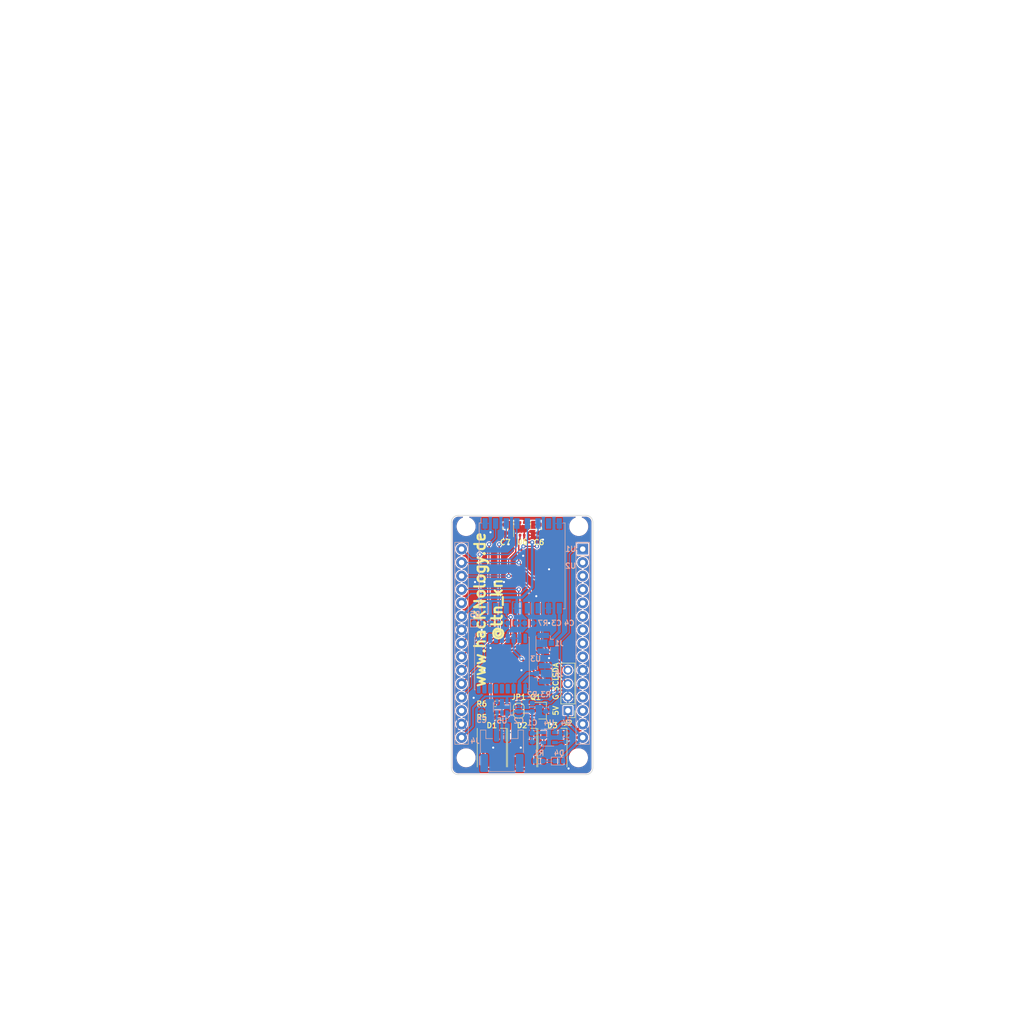
<source format=kicad_pcb>
(kicad_pcb (version 20171130) (host pcbnew 5.1.5+dfsg1-2build2)
  (title_block (title NodeMCU_CO2) (date 2020-10-04) (company https://nerdyscout.github.io/NodeMCU/CO2))
  (layers (0 F.Cu mixed) (31 B.Cu mixed) (34 B.Paste user) (35 F.Paste user) (36 B.SilkS user) (37 F.SilkS user) (38 B.Mask user) (39 F.Mask user) (44 Edge.Cuts user))
  (net 0 "")
  (net 1 GND)
  (net 2 +5V)
  (net 3 "Net-(J1-Pad1)")
  (net 4 +3V3)
  (net 5 "Net-(D1-Pad2)")
  (net 6 "Net-(D2-Pad2)")
  (net 7 SDA)
  (net 8 SCL)
  (net 9 CS)
  (net 10 COPI)
  (net 11 CLK)
  (net 12 CIPO)
  (net 13 +BATT)
  (net 14 "Net-(R1-Pad2)")
  (net 15 "Net-(D4-Pad1)")
  (net 16 A0)
  (net 17 "Net-(R4-Pad1)")
  (net 18 "Net-(D1-Pad4)")
  (net 19 "Net-(Q1-Pad1)")
  (net 20 LED)
  (net 21 IRQ)
  (net 22 RXD)
  (net 23 RST)
  (net 24 "Net-(D5-Pad2)")
  (net 25 "Net-(J5-Pad1)")
  (net 26 "Net-(R7-Pad1)")
  (net 27 "Net-(R8-Pad1)")
  (module Package_LGA:Bosch_LGA-8_3x3mm_P0.8mm_ClockwisePinNumbering (layer F.Cu) (at 132.715 105.41 180)
    (fp_text reference U6 (at 0 -2.45) (layer F.SilkS) (effects (font (thickness 0.2))))
    (fp_text value BME680)
    (pad 8 smd roundrect (at -1.2 1.1875 180) (size 0.5 0.525) (layers F.Cu F.Paste F.Mask) (net 4 +3V3))
    (pad 7 smd roundrect (at -0.4 1.1875 180) (size 0.5 0.525) (layers F.Cu F.Paste F.Mask) (net 1 GND))
    (pad 6 smd roundrect (at 0.4 1.1875 180) (size 0.5 0.525) (layers F.Cu F.Paste F.Mask) (net 4 +3V3))
    (pad 5 smd roundrect (at 1.2 1.1875 180) (size 0.5 0.525) (layers F.Cu F.Paste F.Mask) (net 4 +3V3))
    (pad 4 smd roundrect (at 1.2 -1.1875 180) (size 0.5 0.525) (layers F.Cu F.Paste F.Mask) (net 8 SCL))
    (pad 3 smd roundrect (at 0.4 -1.1875 180) (size 0.5 0.525) (layers F.Cu F.Paste F.Mask) (net 7 SDA))
    (pad 2 smd roundrect (at -0.4 -1.1875 180) (size 0.5 0.525) (layers F.Cu F.Paste F.Mask) (net 4 +3V3))
    (pad 1 smd roundrect (at -1.2 -1.1875 180) (size 0.5 0.525) (layers F.Cu F.Paste F.Mask) (net 1 GND))
  )
  (module Connector_PinHeader_2.54mm:PinHeader_1x04_P2.54mm_Vertical (layer F.Cu) (at 141.351 139.7 180)
    (fp_text reference J2 (at 0 -2.33) (layer F.SilkS))
    (fp_text value Display)
    (pad 4 thru_hole oval (at 0 7.62 180) (size 1.7 1.7) (drill 1) (layers *.Cu *.Mask) (net 7 SDA))
    (pad 3 thru_hole oval (at 0 5.08 180) (size 1.7 1.7) (drill 1) (layers *.Cu *.Mask) (net 8 SCL))
    (pad 2 thru_hole oval (at 0 2.54 180) (size 1.7 1.7) (drill 1) (layers *.Cu *.Mask) (net 1 GND))
    (pad 1 thru_hole rect (at 0 0 180) (size 1.7 1.7) (drill 1) (layers *.Cu *.Mask) (net 2 +5V))
  )
  (module Capacitor_SMD:C_0603_1608Metric (layer F.Cu) (at 129.54 105.41 270)
    (fp_text reference C7 (at 2.54 0 180) (layer F.SilkS) (effects (font (thickness 0.2))))
    (fp_text value 100n)
    (pad 2 smd roundrect (at 0.7875 0 270) (size 0.875 0.95) (layers F.Cu F.Paste F.Mask) (net 4 +3V3))
    (pad 1 smd roundrect (at -0.7875 0 270) (size 0.875 0.95) (layers F.Cu F.Paste F.Mask) (net 1 GND))
  )
  (module Capacitor_SMD:C_0603_1608Metric (layer F.Cu) (at 135.89 105.41 90)
    (fp_text reference C6 (at -2.54 0 180) (layer F.SilkS) (effects (font (thickness 0.2))))
    (fp_text value 100n)
    (pad 2 smd roundrect (at 0.7875 0 90) (size 0.875 0.95) (layers F.Cu F.Paste F.Mask) (net 4 +3V3))
    (pad 1 smd roundrect (at -0.7875 0 90) (size 0.875 0.95) (layers F.Cu F.Paste F.Mask) (net 1 GND))
  )
  (module Capacitor_SMD:C_0603_1608Metric (layer B.Cu) (at 125.095 139.065 90)
    (fp_text reference C5 (at -2.413 0 180) (layer B.SilkS) (effects (font (thickness 0.2)) (justify mirror)))
    (fp_text value 100n)
    (pad 2 smd roundrect (at 0.7875 0 90) (size 0.875 0.95) (layers B.Cu B.Paste B.Mask) (net 4 +3V3))
    (pad 1 smd roundrect (at -0.7875 0 90) (size 0.875 0.95) (layers B.Cu B.Paste B.Mask) (net 1 GND))
  )
  (module Resistor_SMD:R_0603_1608Metric (layer B.Cu) (at 127.635 123.19 180)
    (fp_text reference R7 (at -9.017 0) (layer B.SilkS) (effects (font (thickness 0.2)) (justify mirror)))
    (fp_text value 1k)
    (pad 2 smd roundrect (at 0.7875 0 180) (size 0.875 0.95) (layers B.Cu B.Paste B.Mask) (net 24 "Net-(D5-Pad2)"))
    (pad 1 smd roundrect (at -0.7875 0 180) (size 0.875 0.95) (layers B.Cu B.Paste B.Mask) (net 26 "Net-(R7-Pad1)"))
  )
  (module Resistor_SMD:R_0603_1608Metric (layer F.Cu) (at 127.635 138.43)
    (fp_text reference R6 (at -2.54 0) (layer F.SilkS) (effects (font (thickness 0.2))))
    (fp_text value 1k)
    (pad 2 smd roundrect (at 0.7875 0) (size 0.875 0.95) (layers F.Cu F.Paste F.Mask) (net 19 "Net-(Q1-Pad1)"))
    (pad 1 smd roundrect (at -0.7875 0) (size 0.875 0.95) (layers F.Cu F.Paste F.Mask) (net 20 LED))
  )
  (module Resistor_SMD:R_0603_1608Metric (layer F.Cu) (at 127.635 140.97 180)
    (fp_text reference R5 (at 2.54 0) (layer F.SilkS) (effects (font (thickness 0.2))))
    (fp_text value 1k)
    (pad 2 smd roundrect (at 0.7875 0 180) (size 0.875 0.95) (layers F.Cu F.Paste F.Mask) (net 2 +5V))
    (pad 1 smd roundrect (at -0.7875 0 180) (size 0.875 0.95) (layers F.Cu F.Paste F.Mask) (net 18 "Net-(D1-Pad4)"))
  )
  (module Resistor_SMD:R_0603_1608Metric (layer B.Cu) (at 140.97 144.78 90)
    (fp_text reference R4 (at 2.794 0 180) (layer B.SilkS) (effects (font (thickness 0.2)) (justify mirror)))
    (fp_text value 2k)
    (pad 2 smd roundrect (at 0.7875 0 90) (size 0.875 0.95) (layers B.Cu B.Paste B.Mask) (net 1 GND))
    (pad 1 smd roundrect (at -0.7875 0 90) (size 0.875 0.95) (layers B.Cu B.Paste B.Mask) (net 17 "Net-(R4-Pad1)"))
  )
  (module Resistor_SMD:R_0603_1608Metric (layer B.Cu) (at 137.16 139.065 270)
    (fp_text reference R3 (at -2.413 0 180) (layer B.SilkS) (effects (font (thickness 0.2)) (justify mirror)))
    (fp_text value 1k)
    (pad 2 smd roundrect (at 0.7875 0 270) (size 0.875 0.95) (layers B.Cu B.Paste B.Mask) (net 1 GND))
    (pad 1 smd roundrect (at -0.7875 0 270) (size 0.875 0.95) (layers B.Cu B.Paste B.Mask) (net 16 A0))
  )
  (module Resistor_SMD:R_0603_1608Metric (layer B.Cu) (at 134.62 139.065 90)
    (fp_text reference R2 (at 2.413 0 180) (layer B.SilkS) (effects (font (thickness 0.2)) (justify mirror)))
    (fp_text value 1k)
    (pad 2 smd roundrect (at 0.7875 0 90) (size 0.875 0.95) (layers B.Cu B.Paste B.Mask) (net 16 A0))
    (pad 1 smd roundrect (at -0.7875 0 90) (size 0.875 0.95) (layers B.Cu B.Paste B.Mask) (net 13 +BATT))
  )
  (module Resistor_SMD:R_0603_1608Metric (layer B.Cu) (at 135.89 149.225 180)
    (fp_text reference R1 (at 0 1.524) (layer B.SilkS) (effects (font (thickness 0.2)) (justify mirror)))
    (fp_text value 1k)
    (pad 2 smd roundrect (at 0.7875 0 180) (size 0.875 0.95) (layers B.Cu B.Paste B.Mask) (net 14 "Net-(R1-Pad2)"))
    (pad 1 smd roundrect (at -0.7875 0 180) (size 0.875 0.95) (layers B.Cu B.Paste B.Mask) (net 15 "Net-(D4-Pad1)"))
  )
  (module LED_SMD:LED_0603_1608Metric (layer B.Cu) (at 124.46 123.19)
    (fp_text reference D5 (at -0.635 -1.651) (layer B.SilkS) (effects (font (thickness 0.2)) (justify mirror)))
    (fp_text value LED)
    (pad 2 smd roundrect (at 0.7875 0) (size 0.875 0.95) (layers B.Cu B.Paste B.Mask) (net 24 "Net-(D5-Pad2)"))
    (pad 1 smd roundrect (at -0.7875 0) (size 0.875 0.95) (layers B.Cu B.Paste B.Mask) (net 1 GND))
  )
  (module LED_SMD:LED_0603_1608Metric (layer B.Cu) (at 139.7 149.225)
    (fp_text reference D4 (at 0 -1.524) (layer B.SilkS) (effects (font (thickness 0.2)) (justify mirror)))
    (fp_text value LED)
    (pad 2 smd roundrect (at 0.7875 0) (size 0.875 0.95) (layers B.Cu B.Paste B.Mask) (net 2 +5V))
    (pad 1 smd roundrect (at -0.7875 0) (size 0.875 0.95) (layers B.Cu B.Paste B.Mask) (net 15 "Net-(D4-Pad1)"))
  )
  (module Capacitor_SMD:C_0603_1608Metric (layer B.Cu) (at 133.985 123.19 180)
    (fp_text reference C4 (at -7.62 0) (layer B.SilkS) (effects (font (thickness 0.2)) (justify mirror)))
    (fp_text value 100n)
    (pad 2 smd roundrect (at 0.7875 0 180) (size 0.875 0.95) (layers B.Cu B.Paste B.Mask) (net 4 +3V3))
    (pad 1 smd roundrect (at -0.7875 0 180) (size 0.875 0.95) (layers B.Cu B.Paste B.Mask) (net 1 GND))
  )
  (module Capacitor_SMD:C_0603_1608Metric (layer B.Cu) (at 130.81 123.19)
    (fp_text reference C3 (at 8.382 0) (layer B.SilkS) (effects (font (thickness 0.2)) (justify mirror)))
    (fp_text value 100n)
    (pad 2 smd roundrect (at 0.7875 0) (size 0.875 0.95) (layers B.Cu B.Paste B.Mask) (net 4 +3V3))
    (pad 1 smd roundrect (at -0.7875 0) (size 0.875 0.95) (layers B.Cu B.Paste B.Mask) (net 1 GND))
  )
  (module Capacitor_SMD:C_0603_1608Metric (layer B.Cu) (at 132.08 139.065 270)
    (fp_text reference C2 (at 2.54 0 180) (layer B.SilkS) (effects (font (thickness 0.2)) (justify mirror)))
    (fp_text value 10µF)
    (pad 2 smd roundrect (at 0.7875 0 270) (size 0.875 0.95) (layers B.Cu B.Paste B.Mask) (net 13 +BATT))
    (pad 1 smd roundrect (at -0.7875 0 270) (size 0.875 0.95) (layers B.Cu B.Paste B.Mask) (net 1 GND))
  )
  (module Capacitor_SMD:C_0603_1608Metric (layer B.Cu) (at 134.62 144.78 90)
    (fp_text reference C1 (at 2.794 0 180) (layer B.SilkS) (effects (font (thickness 0.2)) (justify mirror)))
    (fp_text value 100n)
    (pad 2 smd roundrect (at 0.7875 0 90) (size 0.875 0.95) (layers B.Cu B.Paste B.Mask) (net 13 +BATT))
    (pad 1 smd roundrect (at -0.7875 0 90) (size 0.875 0.95) (layers B.Cu B.Paste B.Mask) (net 1 GND))
  )
  (module RF_GPS:ublox_MAX (layer B.Cu) (at 128.905 130.81 270)
    (fp_text reference U3 (at -0.889 -6.35 180) (layer B.SilkS) (effects (font (thickness 0.2)) (justify mirror)))
    (fp_text value MAX-8Q)
    (pad 18 smd roundrect (at 4.75 4.4 270) (size 1.8 0.7) (layers B.Cu B.Paste B.Mask))
    (pad 17 smd roundrect (at 4.75 3.3 270) (size 1.8 0.8) (layers B.Cu B.Paste B.Mask))
    (pad 16 smd roundrect (at 4.75 2.2 270) (size 1.8 0.8) (layers B.Cu B.Paste B.Mask))
    (pad 15 smd roundrect (at 4.75 1.1 270) (size 1.8 0.8) (layers B.Cu B.Paste B.Mask))
    (pad 14 smd roundrect (at 4.75 0 270) (size 1.8 0.8) (layers B.Cu B.Paste B.Mask) (net 27 "Net-(R8-Pad1)"))
    (pad 13 smd roundrect (at 4.75 -1.1 270) (size 1.8 0.8) (layers B.Cu B.Paste B.Mask))
    (pad 12 smd roundrect (at 4.75 -2.2 270) (size 1.8 0.8) (layers B.Cu B.Paste B.Mask) (net 1 GND))
    (pad 11 smd roundrect (at 4.75 -3.3 270) (size 1.8 0.8) (layers B.Cu B.Paste B.Mask) (net 25 "Net-(J5-Pad1)"))
    (pad 10 smd roundrect (at 4.75 -4.4 270) (size 1.8 0.7) (layers B.Cu B.Paste B.Mask) (net 1 GND))
    (pad 9 smd roundrect (at -4.75 -4.4 270) (size 1.8 0.7) (layers B.Cu B.Paste B.Mask))
    (pad 8 smd roundrect (at -4.75 -3.3 270) (size 1.8 0.8) (layers B.Cu B.Paste B.Mask) (net 4 +3V3))
    (pad 7 smd roundrect (at -4.75 -2.2 270) (size 1.8 0.8) (layers B.Cu B.Paste B.Mask) (net 4 +3V3))
    (pad 6 smd roundrect (at -4.75 -1.1 270) (size 1.8 0.8) (layers B.Cu B.Paste B.Mask) (net 4 +3V3))
    (pad 5 smd roundrect (at -4.75 0 270) (size 1.8 0.8) (layers B.Cu B.Paste B.Mask))
    (pad 4 smd roundrect (at -4.75 1.1 270) (size 1.8 0.8) (layers B.Cu B.Paste B.Mask) (net 26 "Net-(R7-Pad1)"))
    (pad 3 smd roundrect (at -4.75 2.2 270) (size 1.8 0.8) (layers B.Cu B.Paste B.Mask))
    (pad 2 smd roundrect (at -4.75 3.3 270) (size 1.8 0.8) (layers B.Cu B.Paste B.Mask) (net 22 RXD))
    (pad 1 smd roundrect (at -4.75 4.4 270) (size 1.8 0.7) (layers B.Cu B.Paste B.Mask) (net 1 GND))
  )
  (module Connector_Coaxial:U.FL_Hirose_U.FL-R-SMT-1_Vertical (layer B.Cu) (at 136.525 132.715)
    (fp_text reference J5 (at 3.175 0 180) (layer B.SilkS) (effects (font (thickness 0.2)) (justify mirror)))
    (fp_text value Conn_Coaxial hide)
    (pad 2 smd rect (at 0.475 1.475) (size 2.2 1.05) (layers B.Cu B.Paste B.Mask) (net 1 GND))
    (pad 1 smd rect (at -1.05 0) (size 1.05 1) (layers B.Cu B.Paste B.Mask) (net 25 "Net-(J5-Pad1)"))
    (pad 2 smd rect (at 0.475 -1.475) (size 2.2 1.05) (layers B.Cu B.Paste B.Mask) (net 1 GND))
  )
  (module Connector_JST:JST_PH_S2B-PH-SM4-TB_1x02-1MP_P2.00mm_Horizontal (layer B.Cu) (at 128.905 146.685 180)
    (fp_text reference J4 (at 5.08 1.27) (layer B.SilkS) (effects (font (thickness 0.2)) (justify mirror)))
    (fp_text value JST)
    (pad 1 smd roundrect (at -1 2.85 180) (size 1 3.5) (layers B.Cu B.Paste B.Mask) (net 1 GND))
    (pad 2 smd roundrect (at 1 2.85 180) (size 1 3.5) (layers B.Cu B.Paste B.Mask) (net 13 +BATT))
    (pad MP smd roundrect (at -3.35 -2.9 180) (size 1.5 3.4) (layers B.Cu B.Paste B.Mask) (roundrect_rratio 0.166667))
    (pad MP smd roundrect (at 3.35 -2.9 180) (size 1.5 3.4) (layers B.Cu B.Paste B.Mask) (roundrect_rratio 0.166667))
  )
  (module Jumper:SolderJumper-2_P1.3mm_Open_RoundedPad1.0x1.5mm (layer F.Cu) (at 132.08 139.7 270)
    (fp_text reference JP1 (at -2.54 0 180) (layer F.SilkS) (effects (font (thickness 0.2))))
    (fp_text value Jumper_NC_Small hide)
    (pad 2 smd custom (at 0.65 0 270) (size 1 0.5) (layers F.Cu F.Mask) (net 18 "Net-(D1-Pad4)") (options (clearance outline) (anchor rect)) (primitives (gr_circle (center 0 0.25) (end 0.5 0.25) (width 0)) (gr_circle (center 0 -0.25) (end 0.5 -0.25) (width 0)) (gr_poly (pts (xy 0 -0.75) (xy -0.5 -0.75) (xy -0.5 0.75) (xy 0 0.75)) (width 0))))
    (pad 1 smd custom (at -0.65 0 270) (size 1 0.5) (layers F.Cu F.Mask) (net 20 LED) (options (clearance outline) (anchor rect)) (primitives (gr_circle (center 0 0.25) (end 0.5 0.25) (width 0)) (gr_circle (center 0 -0.25) (end 0.5 -0.25) (width 0)) (gr_poly (pts (xy 0 -0.75) (xy 0.5 -0.75) (xy 0.5 0.75) (xy 0 0.75)) (width 0))))
  )
  (module Package_TO_SOT_SMD:SOT-23 (layer F.Cu) (at 136.525 139.7)
    (fp_text reference Q1 (at -1.27 -2.54) (layer F.SilkS) (effects (font (thickness 0.2))))
    (fp_text value Q_NPN_BCE)
    (pad 3 smd rect (at 1 0) (size 0.9 0.8) (layers F.Cu F.Paste F.Mask) (net 1 GND))
    (pad 2 smd rect (at -1 0.95) (size 0.9 0.8) (layers F.Cu F.Paste F.Mask) (net 18 "Net-(D1-Pad4)"))
    (pad 1 smd rect (at -1 -0.95) (size 0.9 0.8) (layers F.Cu F.Paste F.Mask) (net 19 "Net-(Q1-Pad1)"))
  )
  (module Package_TO_SOT_SMD:SOT-23-5 (layer B.Cu) (at 128.905 139.065 90)
    (fp_text reference U5 (at -2.54 0 180) (layer B.SilkS) (effects (font (thickness 0.2)) (justify mirror)))
    (fp_text value AP2112K-3.3)
    (pad 5 smd rect (at 1.1 0.95 90) (size 1.06 0.65) (layers B.Cu B.Paste B.Mask) (net 4 +3V3))
    (pad 4 smd rect (at 1.1 -0.95 90) (size 1.06 0.65) (layers B.Cu B.Paste B.Mask))
    (pad 3 smd rect (at -1.1 -0.95 90) (size 1.06 0.65) (layers B.Cu B.Paste B.Mask) (net 13 +BATT))
    (pad 2 smd rect (at -1.1 0 90) (size 1.06 0.65) (layers B.Cu B.Paste B.Mask) (net 1 GND))
    (pad 1 smd rect (at -1.1 0.95 90) (size 1.06 0.65) (layers B.Cu B.Paste B.Mask) (net 13 +BATT))
  )
  (module Package_TO_SOT_SMD:SOT-23-5 (layer B.Cu) (at 137.795 144.78)
    (fp_text reference U4 (at 0 -2.794) (layer B.SilkS) (effects (font (thickness 0.2)) (justify mirror)))
    (fp_text value MCP73831-2-OT)
    (pad 5 smd rect (at 1.1 0.95) (size 1.06 0.65) (layers B.Cu B.Paste B.Mask) (net 17 "Net-(R4-Pad1)"))
    (pad 4 smd rect (at 1.1 -0.95) (size 1.06 0.65) (layers B.Cu B.Paste B.Mask) (net 2 +5V))
    (pad 3 smd rect (at -1.1 -0.95) (size 1.06 0.65) (layers B.Cu B.Paste B.Mask) (net 13 +BATT))
    (pad 2 smd rect (at -1.1 0) (size 1.06 0.65) (layers B.Cu B.Paste B.Mask) (net 1 GND))
    (pad 1 smd rect (at -1.1 0.95) (size 1.06 0.65) (layers B.Cu B.Paste B.Mask) (net 14 "Net-(R1-Pad2)"))
  )
  (module Connector_Coaxial:U.FL_Hirose_U.FL-R-SMT-1_Vertical (layer B.Cu) (at 137.16 127 180)
    (fp_text reference J1 (at -2.54 0) (layer B.SilkS) (effects (font (thickness 0.2)) (justify mirror)))
    (fp_text value Conn_Coaxial hide)
    (pad 2 smd rect (at 0.475 1.475 180) (size 2.2 1.05) (layers B.Cu B.Paste B.Mask) (net 1 GND))
    (pad 1 smd rect (at -1.05 0 180) (size 1.05 1) (layers B.Cu B.Paste B.Mask) (net 3 "Net-(J1-Pad1)"))
    (pad 2 smd rect (at 0.475 -1.475 180) (size 2.2 1.05) (layers B.Cu B.Paste B.Mask) (net 1 GND))
  )
  (module RF_Module:HOPERF_RFM9XW_SMD (layer B.Cu) (at 132.715 112.395 270)
    (fp_text reference U2 (at 0 -9.144 180) (layer B.SilkS) (effects (font (thickness 0.2)) (justify mirror)))
    (fp_text value RFM95W-868S2)
    (pad 16 smd rect (at 8 7 270) (size 2 1) (layers B.Cu B.Paste B.Mask))
    (pad 15 smd rect (at 8 5 270) (size 2 1) (layers B.Cu B.Paste B.Mask))
    (pad 14 smd rect (at 8 3 270) (size 2 1) (layers B.Cu B.Paste B.Mask) (net 21 IRQ))
    (pad 13 smd rect (at 8 1 270) (size 2 1) (layers B.Cu B.Paste B.Mask) (net 4 +3V3))
    (pad 12 smd rect (at 8 -1 270) (size 2 1) (layers B.Cu B.Paste B.Mask))
    (pad 11 smd rect (at 8 -3 270) (size 2 1) (layers B.Cu B.Paste B.Mask))
    (pad 10 smd rect (at 8 -5 270) (size 2 1) (layers B.Cu B.Paste B.Mask) (net 1 GND))
    (pad 9 smd rect (at 8 -7 270) (size 2 1) (layers B.Cu B.Paste B.Mask) (net 3 "Net-(J1-Pad1)"))
    (pad 8 smd rect (at -8 -7 270) (size 2 1) (layers B.Cu B.Paste B.Mask) (net 1 GND))
    (pad 7 smd rect (at -8 -5 270) (size 2 1) (layers B.Cu B.Paste B.Mask))
    (pad 6 smd rect (at -8 -3 270) (size 2 1) (layers B.Cu B.Paste B.Mask) (net 23 RST))
    (pad 5 smd rect (at -8 -1 270) (size 2 1) (layers B.Cu B.Paste B.Mask) (net 9 CS))
    (pad 4 smd rect (at -8 1 270) (size 2 1) (layers B.Cu B.Paste B.Mask) (net 11 CLK))
    (pad 3 smd rect (at -8 3 270) (size 2 1) (layers B.Cu B.Paste B.Mask) (net 10 COPI))
    (pad 2 smd rect (at -8 5 270) (size 2 1) (layers B.Cu B.Paste B.Mask) (net 12 CIPO))
    (pad 1 smd rect (at -8 7 270) (size 2 1) (layers B.Cu B.Paste B.Mask) (net 1 GND))
  )
  (module Module:NodeMCU_Amica (layer B.Cu) (at 144.145 109.22 180)
    (fp_text reference U1 (at 2.286 0 180) (layer B.SilkS) (effects (font (thickness 0.2)) (justify mirror)))
    (fp_text value "NodeMCU1.0(ESP-12E)")
    (pad "" np_thru_hole circle (at 0.75 4.25 180) (size 3.2 3.2) (drill 3.2) (layers *.Cu *.Mask))
    (pad "" np_thru_hole circle (at 22 4.25 180) (size 3.2 3.2) (drill 3.2) (layers *.Cu *.Mask))
    (pad "" np_thru_hole circle (at 22 -39.38 180) (size 3.2 3.2) (drill 3.2) (layers *.Cu *.Mask))
    (pad "" np_thru_hole circle (at 0.8 -39.38 180) (size 3.2 3.2) (drill 3.2) (layers *.Cu *.Mask))
    (pad 29 thru_hole circle (at 22.86 -2.54 180) (size 2.032 2.032) (drill 1.016) (layers *.Cu *.Mask) (net 7 SDA))
    (pad 27 thru_hole circle (at 22.86 -7.62 180) (size 2.032 2.032) (drill 1.016) (layers *.Cu *.Mask) (net 20 LED))
    (pad 28 thru_hole circle (at 22.86 -5.08 180) (size 2.032 2.032) (drill 1.016) (layers *.Cu *.Mask) (net 8 SCL))
    (pad 20 thru_hole circle (at 22.86 -25.4 180) (size 2.032 2.032) (drill 1.016) (layers *.Cu *.Mask) (net 21 IRQ))
    (pad 21 thru_hole circle (at 22.86 -22.86 180) (size 2.032 2.032) (drill 1.016) (layers *.Cu *.Mask) (net 10 COPI))
    (pad 23 thru_hole circle (at 22.86 -17.78 180) (size 2.032 2.032) (drill 1.016) (layers *.Cu *.Mask) (net 11 CLK))
    (pad 22 thru_hole circle (at 22.86 -20.32 180) (size 2.032 2.032) (drill 1.016) (layers *.Cu *.Mask) (net 12 CIPO))
    (pad 16 thru_hole circle (at 22.86 -35.56 180) (size 2.032 2.032) (drill 1.016) (layers *.Cu *.Mask) (net 4 +3V3))
    (pad 24 thru_hole circle (at 22.86 -15.24 180) (size 2.032 2.032) (drill 1.016) (layers *.Cu *.Mask) (net 1 GND))
    (pad 26 thru_hole circle (at 22.86 -10.16 180) (size 2.032 2.032) (drill 1.016) (layers *.Cu *.Mask) (net 9 CS))
    (pad 25 thru_hole circle (at 22.86 -12.7 180) (size 2.032 2.032) (drill 1.016) (layers *.Cu *.Mask) (net 4 +3V3))
    (pad 19 thru_hole circle (at 22.86 -27.94 180) (size 2.032 2.032) (drill 1.016) (layers *.Cu *.Mask) (net 22 RXD))
    (pad 17 thru_hole circle (at 22.86 -33.02 180) (size 2.032 2.032) (drill 1.016) (layers *.Cu *.Mask) (net 1 GND))
    (pad 18 thru_hole circle (at 22.86 -30.48 180) (size 2.032 2.032) (drill 1.016) (layers *.Cu *.Mask))
    (pad 30 thru_hole circle (at 22.86 0 180) (size 2.032 2.032) (drill 1.016) (layers *.Cu *.Mask) (net 23 RST))
    (pad 15 thru_hole circle (at 0 -35.56 180) (size 2.032 2.032) (drill 1.016) (layers *.Cu *.Mask) (net 2 +5V))
    (pad 14 thru_hole circle (at 0 -33.02 180) (size 2.032 2.032) (drill 1.016) (layers *.Cu *.Mask) (net 1 GND))
    (pad 13 thru_hole circle (at 0 -30.48 180) (size 2.032 2.032) (drill 1.016) (layers *.Cu *.Mask))
    (pad 12 thru_hole circle (at 0 -27.94 180) (size 2.032 2.032) (drill 1.016) (layers *.Cu *.Mask))
    (pad 11 thru_hole circle (at 0 -25.4 180) (size 2.032 2.032) (drill 1.016) (layers *.Cu *.Mask) (net 4 +3V3))
    (pad 10 thru_hole circle (at 0 -22.86 180) (size 2.032 2.032) (drill 1.016) (layers *.Cu *.Mask) (net 1 GND))
    (pad 9 thru_hole circle (at 0 -20.32 180) (size 2.032 2.032) (drill 1.016) (layers *.Cu *.Mask))
    (pad 8 thru_hole circle (at 0 -17.78 180) (size 2.032 2.032) (drill 1.016) (layers *.Cu *.Mask))
    (pad 7 thru_hole circle (at 0 -15.24 180) (size 2.032 2.032) (drill 1.016) (layers *.Cu *.Mask))
    (pad 6 thru_hole circle (at 0 -12.7 180) (size 2.032 2.032) (drill 1.016) (layers *.Cu *.Mask))
    (pad 5 thru_hole circle (at 0 -10.16 180) (size 2.032 2.032) (drill 1.016) (layers *.Cu *.Mask))
    (pad 4 thru_hole circle (at 0 -7.62 180) (size 2.032 2.032) (drill 1.016) (layers *.Cu *.Mask))
    (pad 3 thru_hole circle (at 0 -5.08 180) (size 2.032 2.032) (drill 1.016) (layers *.Cu *.Mask))
    (pad 2 thru_hole circle (at 0 -2.54 180) (size 2.032 2.032) (drill 1.016) (layers *.Cu *.Mask))
    (pad 1 thru_hole rect (at 0 0 180) (size 2.032 2.032) (drill 1.016) (layers *.Cu *.Mask) (net 16 A0))
  )
  (module LED_SMD:LED_WS2812B_PLCC4_5.0x5.0mm_P3.2mm (layer F.Cu) (at 138.43 146.685 90)
    (fp_text reference D3 (at 4.191 0 180) (layer F.SilkS) (effects (font (thickness 0.2))))
    (fp_text value WS2812B)
    (pad 1 smd rect (at -2.45 -1.6 90) (size 1.5 1) (layers F.Cu F.Paste F.Mask) (net 2 +5V))
    (pad 2 smd rect (at -2.45 1.6 90) (size 1.5 1) (layers F.Cu F.Paste F.Mask))
    (pad 4 smd rect (at 2.45 -1.6 90) (size 1.5 1) (layers F.Cu F.Paste F.Mask) (net 6 "Net-(D2-Pad2)"))
    (pad 3 smd rect (at 2.45 1.6 90) (size 1.5 1) (layers F.Cu F.Paste F.Mask) (net 1 GND))
  )
  (module LED_SMD:LED_WS2812B_PLCC4_5.0x5.0mm_P3.2mm (layer F.Cu) (at 132.715 146.685 90)
    (fp_text reference D2 (at 4.191 0 180) (layer F.SilkS) (effects (font (thickness 0.2))))
    (fp_text value WS2812B)
    (pad 1 smd rect (at -2.45 -1.6 90) (size 1.5 1) (layers F.Cu F.Paste F.Mask) (net 2 +5V))
    (pad 2 smd rect (at -2.45 1.6 90) (size 1.5 1) (layers F.Cu F.Paste F.Mask) (net 6 "Net-(D2-Pad2)"))
    (pad 4 smd rect (at 2.45 -1.6 90) (size 1.5 1) (layers F.Cu F.Paste F.Mask) (net 5 "Net-(D1-Pad2)"))
    (pad 3 smd rect (at 2.45 1.6 90) (size 1.5 1) (layers F.Cu F.Paste F.Mask) (net 1 GND))
  )
  (module LED_SMD:LED_WS2812B_PLCC4_5.0x5.0mm_P3.2mm (layer F.Cu) (at 127 146.685 90)
    (fp_text reference D1 (at 4.191 0 180) (layer F.SilkS) (effects (font (thickness 0.2))))
    (fp_text value WS2812B)
    (pad 1 smd rect (at -2.45 -1.6 90) (size 1.5 1) (layers F.Cu F.Paste F.Mask) (net 2 +5V))
    (pad 2 smd rect (at -2.45 1.6 90) (size 1.5 1) (layers F.Cu F.Paste F.Mask) (net 5 "Net-(D1-Pad2)"))
    (pad 4 smd rect (at 2.45 -1.6 90) (size 1.5 1) (layers F.Cu F.Paste F.Mask) (net 18 "Net-(D1-Pad4)"))
    (pad 3 smd rect (at 2.45 1.6 90) (size 1.5 1) (layers F.Cu F.Paste F.Mask) (net 1 GND))
  )
  (gr_text "www.hacKNology.de\n@ttn_kn" (at 126.365 120.65 90) (layer F.SilkS) (effects (font (size 2 2) (thickness 0.4))))
  (gr_text 5V (at 139.065 139.7 90) (layer F.SilkS) (effects (font (size 1 1) (thickness 0.2))))
  (gr_text G (at 139.065 137.16 90) (layer F.SilkS) (effects (font (size 1 1) (thickness 0.2))))
  (gr_text SCL (at 139.065 134.62 90) (layer F.SilkS) (effects (font (size 1 1) (thickness 0.2))))
  (gr_text SDA (at 139.065 132.08 90) (layer F.SilkS) (effects (font (size 1 1) (thickness 0.2))))
  (gr_arc (start 120.65 150.495) (end 119.38 150.495) (angle -90) (layer Edge.Cuts) (width 0.12))
  (gr_arc (start 144.78 150.495) (end 144.78 151.765) (angle -90) (layer Edge.Cuts) (width 0.12))
  (gr_arc (start 120.65 104.14489) (end 120.65 102.87489) (angle -90) (layer Edge.Cuts) (width 0.12))
  (gr_arc (start 144.78 104.14489) (end 146.05 104.14489) (angle -90) (layer Edge.Cuts) (width 0.12))
  (gr_line (start 146.05 150.495) (end 146.05 104.14) (layer Edge.Cuts) (width 0.12))
  (gr_line (start 120.65 151.765) (end 144.78 151.765) (layer Edge.Cuts) (width 0.12))
  (gr_line (start 119.38 104.14) (end 119.38 150.495) (layer Edge.Cuts) (width 0.12))
  (gr_line (start 144.78 102.87489) (end 120.65 102.87489) (layer Edge.Cuts) (width 0.12))
  (segment (start 129.286 146.685) (end 127.254 146.685) (width 0.25) (layer B.Cu) (net 1))
  (segment (start 129.905 146.066) (end 129.286 146.685) (width 0.25) (layer B.Cu) (net 1))
  (segment (start 129.905 143.835) (end 129.905 146.066) (width 0.25) (layer B.Cu) (net 1))
  (segment (start 127.254 146.685) (end 127.254 146.685) (width 0.25) (layer B.Cu) (net 1))
  (via (at 127.254 146.685) (size 0.8) (drill 0.4) (layers F.Cu B.Cu) (net 1))
  (via (at 132.461 146.685) (size 0.8) (drill 0.4) (layers F.Cu B.Cu) (net 1))
  (via (at 138.176 142.24) (size 0.8) (drill 0.4) (layers F.Cu B.Cu) (net 1))
  (via (at 132.461 142.24) (size 0.8) (drill 0.4) (layers F.Cu B.Cu) (net 1))
  (via (at 123.571 137.287) (size 0.8) (drill 0.4) (layers F.Cu B.Cu) (net 1))
  (via (at 125.603 132.08) (size 0.8) (drill 0.4) (layers F.Cu B.Cu) (net 1))
  (via (at 132.588 132.08) (size 0.8) (drill 0.4) (layers F.Cu B.Cu) (net 1))
  (via (at 137.795 123.19) (size 0.8) (drill 0.4) (layers F.Cu B.Cu) (net 1))
  (via (at 137.795 113.03) (size 0.8) (drill 0.4) (layers F.Cu B.Cu) (net 1))
  (via (at 126.746 127.889) (size 0.8) (drill 0.4) (layers F.Cu B.Cu) (net 1))
  (via (at 125.095 124.46) (size 0.8) (drill 0.4) (layers F.Cu B.Cu) (net 1))
  (via (at 127.508 115.443) (size 0.8) (drill 0.4) (layers F.Cu B.Cu) (net 1))
  (via (at 125.603 115.443) (size 0.8) (drill 0.4) (layers F.Cu B.Cu) (net 1))
  (via (at 123.698 121.92) (size 0.8) (drill 0.4) (layers F.Cu B.Cu) (net 1))
  (via (at 123.825 115.443) (size 0.8) (drill 0.4) (layers F.Cu B.Cu) (net 1))
  (via (at 129.286 115.443) (size 0.8) (drill 0.4) (layers F.Cu B.Cu) (net 1))
  (via (at 135.382 118.11) (size 0.8) (drill 0.4) (layers F.Cu B.Cu) (net 1))
  (via (at 137.795 129.794) (size 0.8) (drill 0.4) (layers F.Cu B.Cu) (net 1))
  (via (at 126.746 106.045) (size 0.8) (drill 0.4) (layers F.Cu B.Cu) (net 1))
  (via (at 130.175 108.331) (size 0.8) (drill 0.4) (layers F.Cu B.Cu) (net 1))
  (via (at 141.478 150.622) (size 0.8) (drill 0.4) (layers F.Cu B.Cu) (net 1))
  (segment (start 134.4485 106.5975) (end 133.915 106.5975) (width 0.25) (layer F.Cu) (net 1))
  (segment (start 134.8485 106.1975) (end 134.4485 106.5975) (width 0.25) (layer F.Cu) (net 1))
  (segment (start 135.89 106.1975) (end 134.8485 106.1975) (width 0.25) (layer F.Cu) (net 1))
  (via (at 132.9055 110.49) (size 0.8) (drill 0.4) (layers F.Cu B.Cu) (net 1))
  (via (at 136.652 107.442) (size 0.8) (drill 0.4) (layers F.Cu B.Cu) (net 1))
  (segment (start 144.145 144.78) (end 141.351 141.986) (width 0.5) (layer B.Cu) (net 2))
  (segment (start 141.351 141.986) (end 141.351 139.7) (width 0.5) (layer B.Cu) (net 2))
  (segment (start 144.145 144.78) (end 140.462 148.463) (width 0.5) (layer B.Cu) (net 2))
  (segment (start 140.462 148.463) (end 140.462 149.225) (width 0.5) (layer B.Cu) (net 2))
  (segment (start 125.4 150.292) (end 125.857 150.749) (width 0.5) (layer F.Cu) (net 2))
  (segment (start 131.191 150.749) (end 125.857 150.749) (width 0.5) (layer F.Cu) (net 2))
  (segment (start 136.83 149.135) (end 136.83 150.135) (width 0.5) (layer F.Cu) (net 2))
  (segment (start 136.83 150.135) (end 136.216 150.749) (width 0.5) (layer F.Cu) (net 2))
  (segment (start 136.216 150.749) (end 131.191 150.749) (width 0.5) (layer F.Cu) (net 2))
  (segment (start 125.4 149.135) (end 125.4 150.292) (width 0.5) (layer F.Cu) (net 2))
  (segment (start 131.191 150.211) (end 131.191 150.749) (width 0.5) (layer F.Cu) (net 2))
  (segment (start 131.115 149.135) (end 131.115 150.135) (width 0.5) (layer F.Cu) (net 2))
  (segment (start 131.115 150.135) (end 131.191 150.211) (width 0.5) (layer F.Cu) (net 2))
  (segment (start 126.111 140.97) (end 126.8475 140.97) (width 0.5) (layer F.Cu) (net 2))
  (segment (start 124.333 142.748) (end 126.111 140.97) (width 0.5) (layer F.Cu) (net 2))
  (segment (start 124.333 146.05) (end 124.333 142.748) (width 0.5) (layer F.Cu) (net 2))
  (segment (start 125.4 147.117) (end 124.333 146.05) (width 0.5) (layer F.Cu) (net 2))
  (segment (start 125.4 149.135) (end 125.4 147.117) (width 0.5) (layer F.Cu) (net 2))
  (segment (start 136.83 149.135) (end 136.83 148.158) (width 0.5) (layer F.Cu) (net 2))
  (segment (start 136.83 148.158) (end 138.176 146.812) (width 0.5) (layer F.Cu) (net 2))
  (segment (start 142.70816 144.78) (end 144.145 144.78) (width 0.5) (layer F.Cu) (net 2))
  (segment (start 138.176 146.812) (end 140.67616 146.812) (width 0.5) (layer F.Cu) (net 2))
  (segment (start 140.67616 146.812) (end 142.70816 144.78) (width 0.5) (layer F.Cu) (net 2))
  (segment (start 138.895 143.299) (end 140.208 141.986) (width 0.5) (layer B.Cu) (net 2))
  (segment (start 140.208 141.986) (end 141.351 141.986) (width 0.5) (layer B.Cu) (net 2))
  (segment (start 138.895 143.83) (end 138.895 143.299) (width 0.5) (layer B.Cu) (net 2))
  (segment (start 138.21 126.331) (end 138.21 127) (width 0.6) (layer B.Cu) (net 3))
  (segment (start 139.715 120.395) (end 139.715 124.826) (width 0.6) (layer B.Cu) (net 3))
  (segment (start 139.715 124.826) (end 138.21 126.331) (width 0.6) (layer B.Cu) (net 3))
  (segment (start 131.5975 123.19) (end 133.223 123.19) (width 0.25) (layer B.Cu) (net 4))
  (segment (start 142.875 135.89) (end 138.557 135.89) (width 0.4) (layer F.Cu) (net 4))
  (segment (start 144.145 134.62) (end 142.875 135.89) (width 0.4) (layer F.Cu) (net 4))
  (via (at 138.557 135.89) (size 0.8) (drill 0.4) (layers F.Cu B.Cu) (net 4))
  (segment (start 129.855 137.16) (end 129.982 137.033) (width 0.4) (layer B.Cu) (net 4))
  (segment (start 129.982 137.033) (end 137.414 137.033) (width 0.4) (layer B.Cu) (net 4))
  (segment (start 137.414 137.033) (end 138.557 135.89) (width 0.4) (layer B.Cu) (net 4))
  (segment (start 129.855 137.965) (end 129.855 137.16) (width 0.4) (layer B.Cu) (net 4))
  (via (at 132.588002 129.921) (size 0.8) (drill 0.4) (layers F.Cu B.Cu) (net 4))
  (segment (start 138.157001 135.489999) (end 132.988001 130.320999) (width 0.4) (layer F.Cu) (net 4))
  (segment (start 138.557 135.89) (end 138.157001 135.489999) (width 0.4) (layer F.Cu) (net 4))
  (segment (start 132.988001 130.320999) (end 132.588002 129.921) (width 0.4) (layer F.Cu) (net 4))
  (segment (start 131.105 128.437998) (end 132.588002 129.921) (width 0.4) (layer B.Cu) (net 4))
  (segment (start 131.105 126.06) (end 131.105 128.437998) (width 0.4) (layer B.Cu) (net 4))
  (segment (start 123.444 142.621) (end 121.285 144.78) (width 0.4) (layer B.Cu) (net 4))
  (segment (start 123.444 139.192) (end 123.444 142.621) (width 0.4) (layer B.Cu) (net 4))
  (segment (start 124.3585 138.2775) (end 123.444 139.192) (width 0.4) (layer B.Cu) (net 4))
  (segment (start 125.095 138.2775) (end 124.3585 138.2775) (width 0.4) (layer B.Cu) (net 4))
  (segment (start 129.728 137.033) (end 129.855 137.16) (width 0.4) (layer B.Cu) (net 4))
  (segment (start 125.73 137.033) (end 129.728 137.033) (width 0.4) (layer B.Cu) (net 4))
  (segment (start 125.095 137.668) (end 125.73 137.033) (width 0.4) (layer B.Cu) (net 4))
  (segment (start 125.095 138.2775) (end 125.095 137.668) (width 0.4) (layer B.Cu) (net 4))
  (segment (start 131.715 118.38) (end 131.715 120.395) (width 0.5) (layer B.Cu) (net 4))
  (segment (start 131.699 118.364) (end 131.715 118.38) (width 0.5) (layer B.Cu) (net 4))
  (via (at 134.62 107.95) (size 0.8) (drill 0.4) (layers F.Cu B.Cu) (net 4))
  (segment (start 133.115 106.5975) (end 133.115 107.334) (width 0.4) (layer F.Cu) (net 4))
  (segment (start 133.115 107.334) (end 133.731 107.95) (width 0.4) (layer F.Cu) (net 4))
  (segment (start 133.731 107.95) (end 134.62 107.95) (width 0.4) (layer F.Cu) (net 4))
  (segment (start 121.285 121.92) (end 124.841 118.364) (width 0.5) (layer B.Cu) (net 4))
  (segment (start 124.841 118.364) (end 132.715 118.364) (width 0.5) (layer B.Cu) (net 4))
  (segment (start 132.715 118.364) (end 134.62 116.459) (width 0.5) (layer B.Cu) (net 4))
  (segment (start 134.62 116.459) (end 134.62 107.95) (width 0.5) (layer B.Cu) (net 4))
  (segment (start 128.6 148.006) (end 128.6 149.135) (width 0.25) (layer F.Cu) (net 5))
  (segment (start 131.115 145.491) (end 128.6 148.006) (width 0.25) (layer F.Cu) (net 5))
  (segment (start 131.115 144.235) (end 131.115 145.491) (width 0.25) (layer F.Cu) (net 5))
  (segment (start 134.315 147.9415) (end 134.315 149.135) (width 0.25) (layer F.Cu) (net 6))
  (segment (start 136.83 145.4265) (end 134.315 147.9415) (width 0.25) (layer F.Cu) (net 6))
  (segment (start 136.83 144.235) (end 136.83 145.4265) (width 0.25) (layer F.Cu) (net 6))
  (via (at 132.080001 111.759999) (size 0.8) (drill 0.4) (layers F.Cu B.Cu) (net 7))
  (segment (start 121.285 111.76) (end 122.721841 111.759999) (width 0.25) (layer B.Cu) (net 7))
  (segment (start 122.721841 111.759999) (end 131.514316 111.759999) (width 0.25) (layer B.Cu) (net 7))
  (segment (start 131.514316 111.759999) (end 132.080001 111.759999) (width 0.25) (layer B.Cu) (net 7))
  (segment (start 132.48 112.159998) (end 132.080001 111.759999) (width 0.25) (layer F.Cu) (net 7))
  (segment (start 136.398092 116.07809) (end 132.48 112.159998) (width 0.25) (layer F.Cu) (net 7))
  (segment (start 136.398092 127.127092) (end 136.398092 116.07809) (width 0.25) (layer F.Cu) (net 7))
  (segment (start 141.351 132.08) (end 136.398092 127.127092) (width 0.25) (layer F.Cu) (net 7))
  (segment (start 132.080001 107.549999) (end 132.080001 111.759999) (width 0.25) (layer F.Cu) (net 7))
  (segment (start 132.315 107.315) (end 132.080001 107.549999) (width 0.25) (layer F.Cu) (net 7))
  (segment (start 132.315 106.5975) (end 132.315 107.315) (width 0.25) (layer F.Cu) (net 7))
  (via (at 130.174994 114.3) (size 0.8) (drill 0.4) (layers F.Cu B.Cu) (net 8))
  (segment (start 121.285 114.3) (end 130.174994 114.3) (width 0.25) (layer B.Cu) (net 8))
  (segment (start 131.826 114.3) (end 130.174994 114.3) (width 0.25) (layer F.Cu) (net 8))
  (segment (start 134.239 116.713) (end 131.826 114.3) (width 0.25) (layer F.Cu) (net 8))
  (segment (start 134.239 127.508) (end 134.239 116.713) (width 0.25) (layer F.Cu) (net 8))
  (segment (start 141.351 134.62) (end 134.239 127.508) (width 0.25) (layer F.Cu) (net 8))
  (segment (start 130.174994 111.125006) (end 130.174994 114.3) (width 0.25) (layer F.Cu) (net 8))
  (segment (start 131.515 109.785) (end 130.174994 111.125006) (width 0.25) (layer F.Cu) (net 8))
  (segment (start 131.515 106.5975) (end 131.515 109.785) (width 0.25) (layer F.Cu) (net 8))
  (segment (start 123.063 117.602) (end 121.285 119.38) (width 0.25) (layer B.Cu) (net 9))
  (segment (start 132.461 117.602) (end 123.063 117.602) (width 0.25) (layer B.Cu) (net 9))
  (segment (start 133.715 116.348) (end 132.461 117.602) (width 0.25) (layer B.Cu) (net 9))
  (segment (start 133.715 104.395) (end 133.715 116.348) (width 0.25) (layer B.Cu) (net 9))
  (via (at 128.397 108.331) (size 0.8) (drill 0.4) (layers F.Cu B.Cu) (net 10))
  (segment (start 129.715 104.395) (end 129.715 107.013) (width 0.25) (layer B.Cu) (net 10))
  (segment (start 129.715 107.013) (end 128.397 108.331) (width 0.25) (layer B.Cu) (net 10))
  (segment (start 128.397 109.130998) (end 128.397 108.331) (width 0.25) (layer F.Cu) (net 10))
  (segment (start 128.397 124.968) (end 128.397 109.130998) (width 0.25) (layer F.Cu) (net 10))
  (segment (start 121.285 132.08) (end 128.397 124.968) (width 0.25) (layer F.Cu) (net 10))
  (segment (start 124.714 123.571) (end 124.714 110.236) (width 0.25) (layer F.Cu) (net 11))
  (segment (start 121.285 127) (end 124.714 123.571) (width 0.25) (layer F.Cu) (net 11))
  (via (at 124.714 110.236) (size 0.8) (drill 0.4) (layers F.Cu B.Cu) (net 11))
  (segment (start 125.279685 110.236) (end 124.714 110.236) (width 0.25) (layer B.Cu) (net 11))
  (segment (start 130.175 110.236) (end 125.279685 110.236) (width 0.25) (layer B.Cu) (net 11))
  (segment (start 131.715 108.696) (end 130.175 110.236) (width 0.25) (layer B.Cu) (net 11))
  (segment (start 131.715 104.395) (end 131.715 108.696) (width 0.25) (layer B.Cu) (net 11))
  (via (at 126.492 108.331) (size 0.8) (drill 0.4) (layers F.Cu B.Cu) (net 12))
  (segment (start 127.715 104.395) (end 127.715 107.108) (width 0.25) (layer B.Cu) (net 12))
  (segment (start 127.715 107.108) (end 126.492 108.331) (width 0.25) (layer B.Cu) (net 12))
  (segment (start 121.285 129.54) (end 126.454015 124.370985) (width 0.25) (layer F.Cu) (net 12))
  (segment (start 126.454015 108.93467) (end 126.492 108.896685) (width 0.25) (layer F.Cu) (net 12))
  (segment (start 126.454015 124.370985) (end 126.454015 108.93467) (width 0.25) (layer F.Cu) (net 12))
  (segment (start 126.492 108.896685) (end 126.492 108.331) (width 0.25) (layer F.Cu) (net 12))
  (segment (start 132.08 139.8525) (end 131.1655 139.8525) (width 0.5) (layer B.Cu) (net 13))
  (segment (start 129.855 140.165) (end 130.853 140.165) (width 0.5) (layer B.Cu) (net 13))
  (segment (start 130.853 140.165) (end 131.1655 139.8525) (width 0.5) (layer B.Cu) (net 13))
  (segment (start 127.905 141.2105) (end 127.905 143.835) (width 0.5) (layer B.Cu) (net 13))
  (segment (start 127.955 141.1605) (end 127.905 141.2105) (width 0.5) (layer B.Cu) (net 13))
  (segment (start 127.955 140.165) (end 127.955 141.1605) (width 0.5) (layer B.Cu) (net 13))
  (segment (start 135.697 143.83) (end 135.5345 143.9925) (width 0.5) (layer B.Cu) (net 13))
  (segment (start 136.695 143.83) (end 135.697 143.83) (width 0.5) (layer B.Cu) (net 13))
  (segment (start 135.5345 143.9925) (end 134.62 143.9925) (width 0.5) (layer B.Cu) (net 13))
  (segment (start 134.62 143.9925) (end 134.62 139.827) (width 0.5) (layer B.Cu) (net 13))
  (segment (start 134.62 139.8525) (end 132.1055 139.8525) (width 0.5) (layer B.Cu) (net 13))
  (segment (start 128.0185 141.224) (end 127.955 141.1605) (width 0.5) (layer B.Cu) (net 13))
  (segment (start 129.54 141.224) (end 128.0185 141.224) (width 0.5) (layer B.Cu) (net 13))
  (segment (start 129.855 140.909) (end 129.54 141.224) (width 0.5) (layer B.Cu) (net 13))
  (segment (start 129.855 140.165) (end 129.855 140.909) (width 0.5) (layer B.Cu) (net 13))
  (segment (start 136.695 146.7055) (end 136.695 145.73) (width 0.25) (layer B.Cu) (net 14))
  (segment (start 135.1025 148.298) (end 136.695 146.7055) (width 0.25) (layer B.Cu) (net 14))
  (segment (start 135.1025 149.225) (end 135.1025 148.298) (width 0.25) (layer B.Cu) (net 14))
  (segment (start 136.6775 149.225) (end 137.795 149.225) (width 0.25) (layer B.Cu) (net 15))
  (segment (start 138.9125 149.225) (end 137.795 149.225) (width 0.25) (layer B.Cu) (net 15))
  (segment (start 134.62 138.2775) (end 137.122 138.2775) (width 0.25) (layer B.Cu) (net 16))
  (segment (start 139.954 136.525) (end 138.2015 138.2775) (width 0.25) (layer B.Cu) (net 16))
  (segment (start 139.954 126.657998) (end 139.954 136.525) (width 0.25) (layer B.Cu) (net 16))
  (segment (start 141.605 125.006998) (end 139.954 126.657998) (width 0.25) (layer B.Cu) (net 16))
  (segment (start 141.605 110.236) (end 141.605 125.006998) (width 0.25) (layer B.Cu) (net 16))
  (segment (start 142.621 109.22) (end 141.605 110.236) (width 0.25) (layer B.Cu) (net 16))
  (segment (start 138.2015 138.2775) (end 137.16 138.2775) (width 0.25) (layer B.Cu) (net 16))
  (segment (start 144.145 109.22) (end 142.621 109.22) (width 0.25) (layer B.Cu) (net 16))
  (segment (start 139.675 145.73) (end 138.895 145.73) (width 0.25) (layer B.Cu) (net 17))
  (segment (start 139.8375 145.5675) (end 139.675 145.73) (width 0.25) (layer B.Cu) (net 17))
  (segment (start 140.97 145.5675) (end 139.8375 145.5675) (width 0.25) (layer B.Cu) (net 17))
  (segment (start 135.525 140.65) (end 134.173 140.65) (width 0.25) (layer F.Cu) (net 18))
  (segment (start 133.873 140.35) (end 134.173 140.65) (width 0.25) (layer F.Cu) (net 18))
  (segment (start 132.08 140.35) (end 133.873 140.35) (width 0.25) (layer F.Cu) (net 18))
  (segment (start 126.238 141.859) (end 125.4 142.697) (width 0.25) (layer F.Cu) (net 18))
  (segment (start 125.4 142.697) (end 125.4 144.235) (width 0.25) (layer F.Cu) (net 18))
  (segment (start 128.143 141.859) (end 126.238 141.859) (width 0.25) (layer F.Cu) (net 18))
  (segment (start 128.4225 141.5795) (end 128.143 141.859) (width 0.25) (layer F.Cu) (net 18))
  (segment (start 128.4225 140.97) (end 128.4225 141.5795) (width 0.25) (layer F.Cu) (net 18))
  (segment (start 129.794 140.97) (end 128.397 140.97) (width 0.25) (layer F.Cu) (net 18))
  (segment (start 130.414 140.35) (end 129.794 140.97) (width 0.25) (layer F.Cu) (net 18))
  (segment (start 132.08 140.35) (end 130.414 140.35) (width 0.25) (layer F.Cu) (net 18))
  (segment (start 131.318 138.049) (end 130.937 138.43) (width 0.25) (layer F.Cu) (net 19))
  (segment (start 132.715 138.049) (end 131.318 138.049) (width 0.25) (layer F.Cu) (net 19))
  (segment (start 130.937 138.43) (end 128.524 138.43) (width 0.25) (layer F.Cu) (net 19))
  (segment (start 133.416 138.75) (end 132.715 138.049) (width 0.25) (layer F.Cu) (net 19))
  (segment (start 135.525 138.75) (end 133.416 138.75) (width 0.25) (layer F.Cu) (net 19))
  (via (at 132.08 116.839998) (size 0.8) (drill 0.4) (layers F.Cu B.Cu) (net 20))
  (segment (start 132.079998 116.84) (end 132.08 116.839998) (width 0.25) (layer B.Cu) (net 20))
  (segment (start 121.285 116.84) (end 132.079998 116.84) (width 0.25) (layer B.Cu) (net 20))
  (segment (start 132.08 117.405683) (end 132.08 116.839998) (width 0.25) (layer F.Cu) (net 20))
  (segment (start 132.08 127) (end 132.08 117.405683) (width 0.25) (layer F.Cu) (net 20))
  (segment (start 126.8475 132.2325) (end 132.08 127) (width 0.25) (layer F.Cu) (net 20))
  (segment (start 126.8475 138.43) (end 126.8475 132.2325) (width 0.25) (layer F.Cu) (net 20))
  (segment (start 129.301 139.05) (end 132.08 139.05) (width 0.25) (layer F.Cu) (net 20))
  (segment (start 129.032 139.319) (end 129.301 139.05) (width 0.25) (layer F.Cu) (net 20))
  (segment (start 127 139.319) (end 129.032 139.319) (width 0.25) (layer F.Cu) (net 20))
  (segment (start 126.8475 139.1665) (end 127 139.319) (width 0.25) (layer F.Cu) (net 20))
  (segment (start 126.8475 138.43) (end 126.8475 139.1665) (width 0.25) (layer F.Cu) (net 20))
  (segment (start 121.285 134.62) (end 130.556004 125.348996) (width 0.25) (layer F.Cu) (net 21))
  (segment (start 130.556004 125.348996) (end 130.556004 122.612685) (width 0.25) (layer F.Cu) (net 21))
  (segment (start 130.556004 122.612685) (end 130.556004 122.047) (width 0.25) (layer F.Cu) (net 21))
  (via (at 130.556004 122.047) (size 0.8) (drill 0.4) (layers F.Cu B.Cu) (net 21))
  (segment (start 130.048 122.047) (end 130.556004 122.047) (width 0.25) (layer B.Cu) (net 21))
  (segment (start 129.715 121.714) (end 130.048 122.047) (width 0.25) (layer B.Cu) (net 21))
  (segment (start 129.715 120.395) (end 129.715 121.714) (width 0.25) (layer B.Cu) (net 21))
  (segment (start 125.605 127.633) (end 125.605 126.06) (width 0.25) (layer B.Cu) (net 22))
  (segment (start 125.603 127.635) (end 125.605 127.633) (width 0.25) (layer B.Cu) (net 22))
  (segment (start 125.603 130.048) (end 125.603 127.635) (width 0.25) (layer B.Cu) (net 22))
  (segment (start 123.19 132.461) (end 125.603 130.048) (width 0.25) (layer B.Cu) (net 22))
  (segment (start 123.19 135.255) (end 123.19 132.461) (width 0.25) (layer B.Cu) (net 22))
  (segment (start 121.285 137.16) (end 123.19 135.255) (width 0.25) (layer B.Cu) (net 22))
  (segment (start 132.569001 109.111999) (end 132.969 108.712) (width 0.25) (layer B.Cu) (net 23))
  (segment (start 130.556 111.125) (end 132.569001 109.111999) (width 0.25) (layer B.Cu) (net 23))
  (segment (start 123.19 111.125) (end 130.556 111.125) (width 0.25) (layer B.Cu) (net 23))
  (segment (start 121.285 109.22) (end 123.19 111.125) (width 0.25) (layer B.Cu) (net 23))
  (via (at 132.969 108.712) (size 0.8) (drill 0.4) (layers F.Cu B.Cu) (net 23))
  (segment (start 132.969 108.712) (end 135.509 108.712) (width 0.25) (layer F.Cu) (net 23))
  (via (at 135.509 108.712) (size 0.8) (drill 0.4) (layers F.Cu B.Cu) (net 23))
  (segment (start 135.509 105.997) (end 135.509 108.712) (width 0.25) (layer B.Cu) (net 23))
  (segment (start 135.715 105.791) (end 135.509 105.997) (width 0.25) (layer B.Cu) (net 23))
  (segment (start 135.715 104.395) (end 135.715 105.791) (width 0.25) (layer B.Cu) (net 23))
  (segment (start 126.8475 123.19) (end 125.349 123.19) (width 0.25) (layer B.Cu) (net 24))
  (segment (start 133.731 132.715) (end 135.475 132.715) (width 0.6) (layer B.Cu) (net 25))
  (segment (start 132.205 134.241) (end 133.731 132.715) (width 0.6) (layer B.Cu) (net 25))
  (segment (start 132.205 135.56) (end 132.205 134.241) (width 0.6) (layer B.Cu) (net 25))
  (segment (start 128.4225 124.722788) (end 127.805 125.340288) (width 0.25) (layer B.Cu) (net 26))
  (segment (start 128.4225 123.19) (end 128.4225 124.722788) (width 0.25) (layer B.Cu) (net 26))
  (segment (start 127.805 125.340288) (end 127.805 126.06) (width 0.25) (layer B.Cu) (net 26))
  (zone (net 1) (net_name GND) (layer F.Cu) (connect_pads (clearance 0.2)) (min_thickness 0.15) (fill yes (arc_segments 32) (thermal_gap 0.2) (thermal_bridge_width 0.2))
    (polygon (pts (xy 146.05 151.765) (xy 119.38 151.765) (xy 119.38 102.87) (xy 146.05 102.87)))
  )
  (zone (net 1) (net_name GND) (layer B.Cu) (connect_pads (clearance 0.2)) (min_thickness 0.15) (fill yes (arc_segments 32) (thermal_gap 0.2) (thermal_bridge_width 0.2))
    (polygon (pts (xy 146.05 151.765) (xy 119.38 151.765) (xy 119.38 102.87) (xy 146.05 102.87)))
  )
  (zone (net 4) (net_name +3V3) (layer B.Cu) (priority 1) (connect_pads (clearance 0.2)) (min_thickness 0.125) (fill yes (arc_segments 32) (thermal_gap 0.2) (thermal_bridge_width 0.2))
    (polygon (pts (xy 132.715 121.412) (xy 133.9215 122.6185) (xy 133.9215 123.8885) (xy 132.715 125.095) (xy 132.715 127) (xy 129.54 127) (xy 129.54 125.095) (xy 130.8735 123.7615) (xy 130.8735 122.047) (xy 130.7465 121.92) (xy 130.7465 119.0625) (xy 132.715 119.0625)))
  )
  (zone (net 4) (net_name +3V3) (layer F.Cu) (priority 1) (connect_pads (clearance 0.2)) (min_thickness 0.2) (fill yes (arc_segments 32) (thermal_gap 0.25) (thermal_bridge_width 0.25))
    (polygon (pts (xy 136.652 105.41) (xy 134.112 105.41) (xy 133.477 106.045) (xy 133.477 107.188) (xy 129.286 107.188) (xy 129.286 105.41) (xy 130.175 105.41) (xy 130.175 103.886) (xy 132.715 103.886) (xy 132.715 104.521) (xy 133.477 104.521) (xy 133.477 103.886) (xy 136.652 103.886)))
  )
)
</source>
